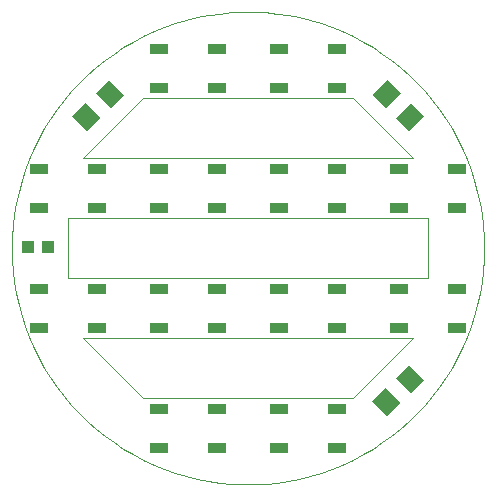
<source format=gtp>
G75*
G70*
%OFA0B0*%
%FSLAX24Y24*%
%IPPOS*%
%LPD*%
%AMOC8*
5,1,8,0,0,1.08239X$1,22.5*
%
%ADD10C,0.0000*%
%ADD11R,0.0591X0.0354*%
%ADD12R,0.0394X0.0433*%
%ADD13R,0.0630X0.0709*%
D10*
X004664Y003164D02*
X002664Y005164D01*
X013664Y005164D01*
X011664Y003164D01*
X004664Y003164D01*
X002164Y007164D02*
X002164Y009164D01*
X014164Y009164D01*
X014164Y007164D01*
X002164Y007164D01*
X002664Y011164D02*
X004664Y013164D01*
X011664Y013164D01*
X013664Y011164D01*
X002664Y011164D01*
X000290Y008164D02*
X000299Y007784D01*
X000327Y007404D01*
X000373Y007026D01*
X000437Y006651D01*
X000519Y006280D01*
X000619Y005912D01*
X000736Y005551D01*
X000871Y005195D01*
X001023Y004846D01*
X001192Y004505D01*
X001377Y004172D01*
X001578Y003849D01*
X001794Y003536D01*
X002025Y003233D01*
X002270Y002943D01*
X002529Y002664D01*
X002802Y002398D01*
X003087Y002146D01*
X003383Y001907D01*
X003691Y001684D01*
X004009Y001475D01*
X004337Y001282D01*
X004674Y001106D01*
X005019Y000945D01*
X005372Y000802D01*
X005731Y000675D01*
X006095Y000567D01*
X006465Y000476D01*
X006838Y000402D01*
X007215Y000347D01*
X007594Y000311D01*
X007974Y000292D01*
X008354Y000292D01*
X008734Y000311D01*
X009113Y000347D01*
X009490Y000402D01*
X009863Y000476D01*
X010233Y000567D01*
X010597Y000675D01*
X010956Y000802D01*
X011309Y000945D01*
X011654Y001106D01*
X011991Y001282D01*
X012319Y001475D01*
X012637Y001684D01*
X012945Y001907D01*
X013241Y002146D01*
X013526Y002398D01*
X013799Y002664D01*
X014058Y002943D01*
X014303Y003233D01*
X014534Y003536D01*
X014750Y003849D01*
X014951Y004172D01*
X015136Y004505D01*
X015305Y004846D01*
X015457Y005195D01*
X015592Y005551D01*
X015709Y005912D01*
X015809Y006280D01*
X015891Y006651D01*
X015955Y007026D01*
X016001Y007404D01*
X016029Y007784D01*
X016038Y008164D01*
X016029Y008544D01*
X016001Y008924D01*
X015955Y009302D01*
X015891Y009677D01*
X015809Y010048D01*
X015709Y010416D01*
X015592Y010777D01*
X015457Y011133D01*
X015305Y011482D01*
X015136Y011823D01*
X014951Y012156D01*
X014750Y012479D01*
X014534Y012792D01*
X014303Y013095D01*
X014058Y013385D01*
X013799Y013664D01*
X013526Y013930D01*
X013241Y014182D01*
X012945Y014421D01*
X012637Y014644D01*
X012319Y014853D01*
X011991Y015046D01*
X011654Y015222D01*
X011309Y015383D01*
X010956Y015526D01*
X010597Y015653D01*
X010233Y015761D01*
X009863Y015852D01*
X009490Y015926D01*
X009113Y015981D01*
X008734Y016017D01*
X008354Y016036D01*
X007974Y016036D01*
X007594Y016017D01*
X007215Y015981D01*
X006838Y015926D01*
X006465Y015852D01*
X006095Y015761D01*
X005731Y015653D01*
X005372Y015526D01*
X005019Y015383D01*
X004674Y015222D01*
X004337Y015046D01*
X004009Y014853D01*
X003691Y014644D01*
X003383Y014421D01*
X003087Y014182D01*
X002802Y013930D01*
X002529Y013664D01*
X002270Y013385D01*
X002025Y013095D01*
X001794Y012792D01*
X001578Y012479D01*
X001377Y012156D01*
X001192Y011823D01*
X001023Y011482D01*
X000871Y011133D01*
X000736Y010777D01*
X000619Y010416D01*
X000519Y010048D01*
X000437Y009677D01*
X000373Y009302D01*
X000327Y008924D01*
X000299Y008544D01*
X000290Y008164D01*
D11*
X001199Y009514D03*
X001199Y010813D03*
X003128Y010813D03*
X003128Y009514D03*
X005199Y009514D03*
X005199Y010813D03*
X007128Y010813D03*
X007128Y009514D03*
X009199Y009514D03*
X009199Y010813D03*
X011128Y010813D03*
X011128Y009514D03*
X013199Y009514D03*
X013199Y010813D03*
X015128Y010813D03*
X015128Y009514D03*
X015128Y006813D03*
X015128Y005514D03*
X013199Y005514D03*
X013199Y006813D03*
X011128Y006813D03*
X011128Y005514D03*
X009199Y005514D03*
X009199Y006813D03*
X007128Y006813D03*
X007128Y005514D03*
X005199Y005514D03*
X005199Y006813D03*
X003128Y006813D03*
X003128Y005514D03*
X001199Y005514D03*
X001199Y006813D03*
X005199Y002813D03*
X005199Y001514D03*
X007128Y001514D03*
X007128Y002813D03*
X009199Y002813D03*
X009199Y001514D03*
X011128Y001514D03*
X011128Y002813D03*
X011128Y013514D03*
X011128Y014813D03*
X009199Y014813D03*
X009199Y013514D03*
X007128Y013514D03*
X007128Y014813D03*
X005199Y014813D03*
X005199Y013514D03*
D12*
X001498Y008207D03*
X000829Y008207D03*
D13*
G36*
X003247Y012497D02*
X002801Y012051D01*
X002301Y012551D01*
X002747Y012997D01*
X003247Y012497D01*
G37*
G36*
X004027Y013277D02*
X003581Y012831D01*
X003081Y013331D01*
X003527Y013777D01*
X004027Y013277D01*
G37*
G36*
X012747Y012831D02*
X012301Y013277D01*
X012801Y013777D01*
X013247Y013331D01*
X012747Y012831D01*
G37*
G36*
X013527Y012051D02*
X013081Y012497D01*
X013581Y012997D01*
X014027Y012551D01*
X013527Y012051D01*
G37*
G36*
X013081Y003831D02*
X013527Y004277D01*
X014027Y003777D01*
X013581Y003331D01*
X013081Y003831D01*
G37*
G36*
X012301Y003051D02*
X012747Y003497D01*
X013247Y002997D01*
X012801Y002551D01*
X012301Y003051D01*
G37*
M02*

</source>
